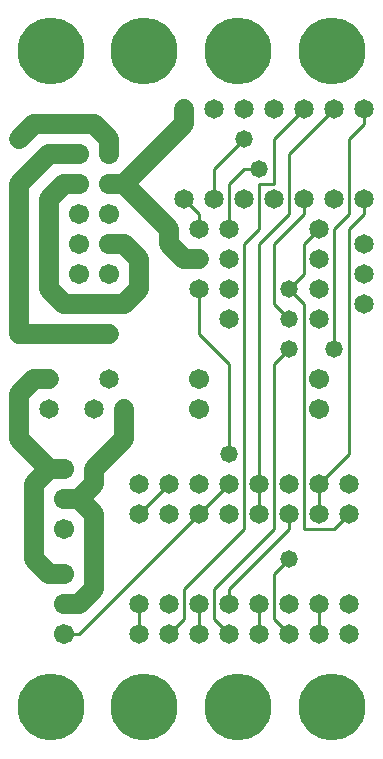
<source format=gtl>
%MOIN*%
%FSLAX25Y25*%
G04 D10 used for Character Trace; *
G04     Circle (OD=.01000) (No hole)*
G04 D11 used for Power Trace; *
G04     Circle (OD=.06500) (No hole)*
G04 D12 used for Signal Trace; *
G04     Circle (OD=.01100) (No hole)*
G04 D13 used for Via; *
G04     Circle (OD=.05800) (Round. Hole ID=.02800)*
G04 D14 used for Component hole; *
G04     Circle (OD=.06500) (Round. Hole ID=.03500)*
G04 D15 used for Component hole; *
G04     Circle (OD=.06700) (Round. Hole ID=.04300)*
G04 D16 used for Component hole; *
G04     Circle (OD=.08100) (Round. Hole ID=.05100)*
G04 D17 used for Component hole; *
G04     Circle (OD=.08900) (Round. Hole ID=.05900)*
G04 D18 used for Component hole; *
G04     Circle (OD=.11300) (Round. Hole ID=.08300)*
G04 D19 used for Component hole; *
G04     Circle (OD=.16000) (Round. Hole ID=.13000)*
G04 D20 used for Component hole; *
G04     Circle (OD=.18300) (Round. Hole ID=.15300)*
G04 D21 used for Component hole; *
G04     Circle (OD=.22291) (Round. Hole ID=.19291)*
%ADD10C,.01000*%
%ADD11C,.06500*%
%ADD12C,.01100*%
%ADD13C,.05800*%
%ADD14C,.06500*%
%ADD15C,.06700*%
%ADD16C,.08100*%
%ADD17C,.08900*%
%ADD18C,.11300*%
%ADD19C,.16000*%
%ADD20C,.18300*%
%ADD21C,.22291*%
%IPPOS*%
%LPD*%
G90*X0Y0D02*D21*X15625Y15625D03*D12*              
X20000Y40000D02*X25000D01*D15*X20000D03*D12*      
X25000D02*X65000Y80000D01*D14*D03*D12*            
X75000Y90000D01*D14*D03*X85000Y80000D03*D12*      
Y90000D01*D14*D03*D12*Y170000D01*X95000Y180000D01*
Y200000D01*X110000Y215000D01*D14*D03*D12*         
X115000Y205000D02*X120000Y210000D01*              
X115000Y180000D02*Y205000D01*X110000Y175000D02*   
X115000Y180000D01*X110000Y135000D02*Y175000D01*   
D13*Y135000D03*D15*X105000Y125000D03*D14*         
Y145000D03*X120000Y150000D03*D13*X95000Y145000D03*
D12*X90000Y150000D01*Y170000D01*X100000Y180000D01*
Y185000D01*D14*D03*D12*X85000Y190000D02*X90000D01*
X85000Y175000D02*Y190000D01*X80000Y170000D02*     
X85000Y175000D01*X80000Y75000D02*Y170000D01*      
X60000Y55000D02*X80000Y75000D01*X60000Y45000D02*  
Y55000D01*X55000Y40000D02*X60000Y45000D01*D14*    
X55000Y40000D03*X65000Y50000D03*D12*Y40000D01*D14*
D03*D12*X75000D02*X70000Y45000D01*D14*            
X75000Y40000D03*D12*X70000Y45000D02*Y55000D01*    
X90000Y75000D01*Y130000D01*X95000Y135000D01*D13*  
D03*D12*X100000Y75000D02*Y150000D01*Y75000D02*    
X110000D01*X115000Y80000D01*D14*D03*              
X105000Y90000D03*D12*Y80000D01*D14*D03*           
X115000Y90000D03*X95000D03*D12*X105000D02*        
X115000Y100000D01*Y175000D01*X120000Y180000D01*   
Y185000D01*D14*D03*X110000D03*X120000Y170000D03*  
X105000Y175000D03*D12*X100000Y170000D01*          
Y160000D01*X95000Y155000D01*D13*D03*D12*          
X100000Y150000D01*D14*X105000Y155000D03*          
Y165000D03*X120000Y160000D03*X75000Y175000D03*D12*
Y190000D01*X80000Y195000D01*X85000D01*D13*D03*D12*
X90000Y190000D02*Y205000D01*X100000Y215000D01*D14*
D03*X90000D03*D21*X78125Y234375D03*X109375D03*D12*
X120000Y210000D02*Y215000D01*D14*D03*             
X90000Y185000D03*X80000Y215000D03*D13*Y205000D03* 
D12*X70000Y195000D01*Y185000D01*D14*D03*D12*      
X65000Y175000D02*Y180000D01*D14*Y175000D03*D12*   
Y180000D02*X60000Y185000D01*D14*D03*              
X55000Y175000D03*D11*Y170000D01*X60000Y165000D01* 
X65000D01*D14*D03*X75000Y155000D03*D11*           
X55000Y175000D02*X40000Y190000D01*X35000D01*D15*  
D03*D11*X40000D02*X60000Y210000D01*Y215000D01*D14*
D03*X70000D03*D21*X46875Y234375D03*D11*           
X35000Y200000D02*Y205000D01*D15*Y200000D03*D11*   
Y205000D02*X30000Y210000D01*X10000D01*            
X5000Y205000D01*D13*D03*D11*Y190000D02*           
X15000Y200000D01*X5000Y140000D02*Y190000D01*D13*  
Y140000D03*D11*X35000D01*D13*D03*D11*             
X20000Y150000D02*X40000D01*X20000D02*             
X15000Y155000D01*Y185000D01*X20000Y190000D01*     
X25000D01*D15*D03*X35000Y180000D03*D11*           
X15000Y200000D02*X25000D01*D15*D03*Y180000D03*    
Y170000D03*X35000D03*D11*X40000D01*               
X45000Y165000D01*Y155000D01*X40000Y150000D01*D15* 
X35000Y160000D03*X25000D03*X65000Y125000D03*D14*  
X15000D03*D11*X10000D01*X5000Y120000D01*          
Y105000D01*X15000Y95000D01*X10000Y90000D01*       
Y65000D01*X15000Y60000D01*X20000D01*D15*D03*D11*  
X25000Y50000D02*X30000Y55000D01*X20000Y50000D02*  
X25000D01*D15*X20000D03*D11*X30000Y55000D02*      
Y80000D01*X25000Y85000D01*X20000D01*D15*D03*D11*  
X25000D02*X30000Y90000D01*Y95000D01*              
X40000Y105000D01*Y115000D01*D14*D03*X30000D03*    
X35000Y125000D03*D15*X20000Y95000D03*D11*         
X15000D01*D14*Y115000D03*D15*X20000Y75000D03*D14* 
X45000Y80000D03*D12*X55000Y90000D01*D14*D03*      
X65000D03*X45000D03*X55000Y80000D03*X75000D03*D13*
Y100000D03*D12*Y130000D01*X65000Y140000D01*       
Y155000D01*D14*D03*X75000Y145000D03*Y165000D03*   
X80000Y185000D03*D15*X105000Y115000D03*X65000D03* 
D14*X95000Y80000D03*D12*Y75000D01*X75000Y55000D01*
Y50000D01*D14*D03*X85000Y40000D03*D12*Y50000D01*  
D14*D03*D12*X95000Y40000D02*X90000Y45000D01*D14*  
X95000Y40000D03*D12*X90000Y45000D02*Y60000D01*    
X95000Y65000D01*D13*D03*D14*Y50000D03*X105000D03* 
D12*Y40000D01*D14*D03*X115000Y50000D03*Y40000D03* 
D21*X78125Y15625D03*X109375D03*D14*               
X55000Y50000D03*X45000D03*D12*Y40000D01*D14*D03*  
D21*X46875Y15625D03*X15625Y234375D03*M02*         

</source>
